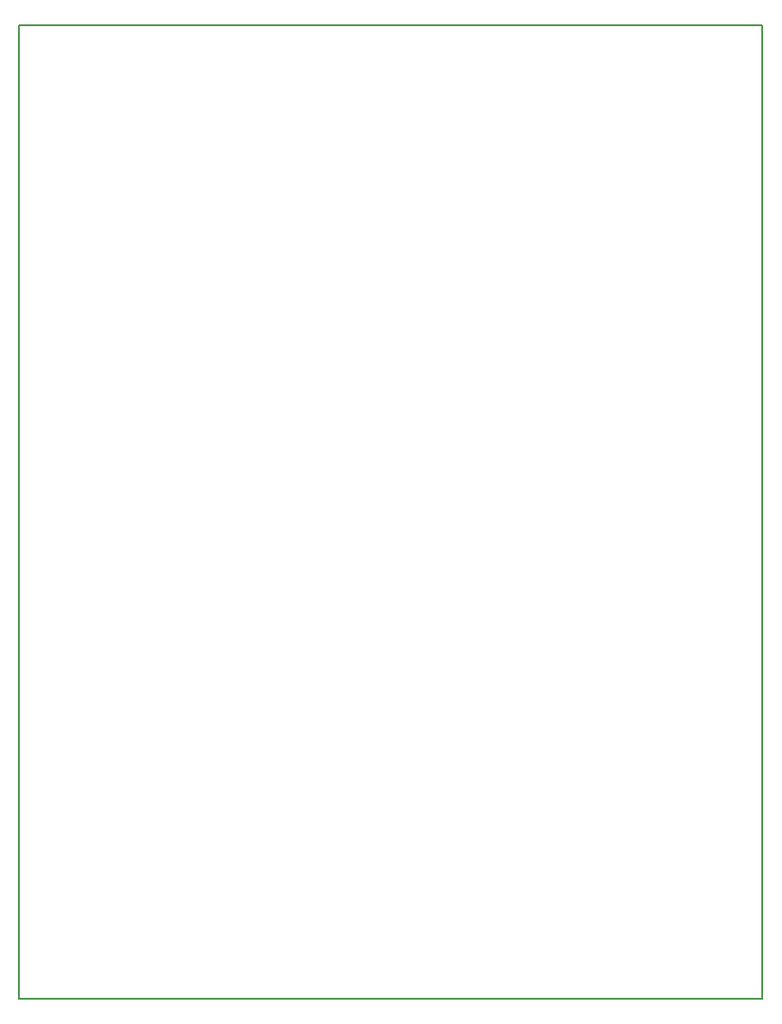
<source format=gbr>
G04 DipTrace 2.4.0.2*
%INTopAssy.gbr*%
%MOIN*%
%ADD11C,0.0055*%
%FSLAX44Y44*%
G04*
G70*
G90*
G75*
G01*
%LNTopAssy*%
%LPD*%
X3940Y39940D2*
D11*
X31440D1*
Y3940D1*
X3940D1*
Y39940D1*
M02*

</source>
